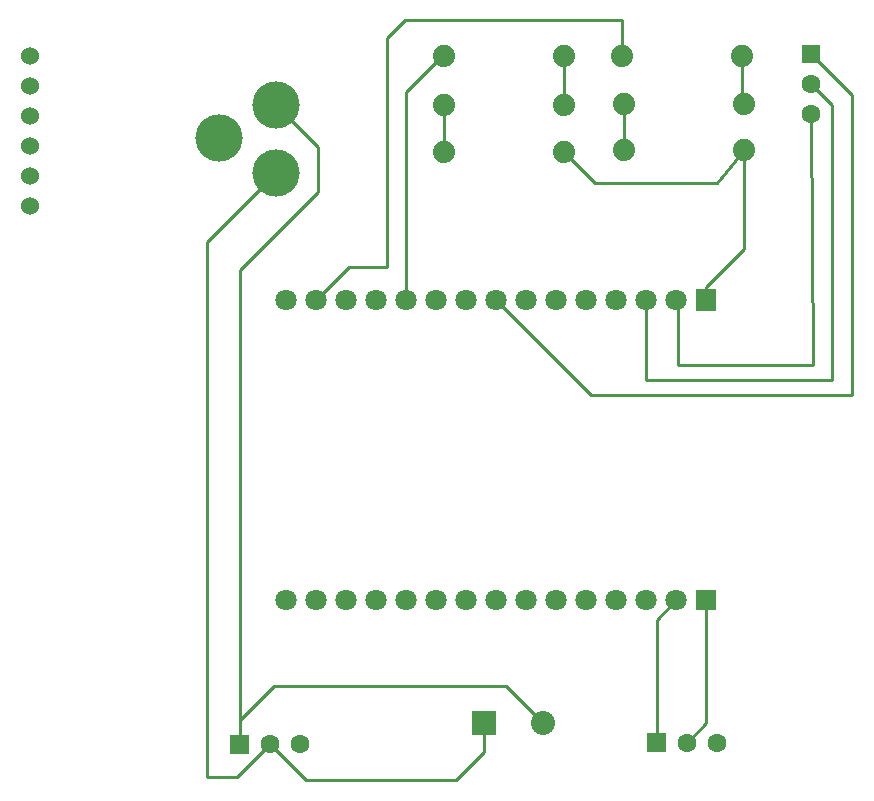
<source format=gbl>
G04 Layer: BottomLayer*
G04 EasyEDA v6.4.12, 2020-12-31T12:21:15--5:00*
G04 99fc4708075f4ff381704a5e9c7ef7fe,db09687e621142cba360e7e147da6c3e,10*
G04 Gerber Generator version 0.2*
G04 Scale: 100 percent, Rotated: No, Reflected: No *
G04 Dimensions in millimeters *
G04 leading zeros omitted , absolute positions ,4 integer and 5 decimal *
%FSLAX45Y45*%
%MOMM*%

%ADD10C,0.2540*%
%ADD12R,1.6000X1.6000*%
%ADD13C,1.6000*%
%ADD14C,1.8000*%
%ADD15R,1.8000X1.9500*%
%ADD16R,1.8000X1.8000*%
%ADD18C,2.0320*%
%ADD19C,1.8796*%
%ADD20C,4.0000*%
%ADD21C,1.5240*%

%LPD*%
D10*
X5422900Y5702300D02*
G01*
X5689600Y5435600D01*
X6718300Y5435600D01*
X6946900Y5715000D01*
X2679700Y685800D02*
G01*
X2679700Y4699000D01*
X3340100Y5359400D01*
X3340100Y5745200D01*
X2981909Y6103391D01*
X2933700Y685800D02*
G01*
X2654300Y406400D01*
X2400300Y406400D01*
X2400300Y4941798D01*
X2981909Y5523407D01*
X4749800Y863600D02*
G01*
X4749800Y622300D01*
X4508500Y381000D01*
X3238500Y381000D01*
X2933700Y685800D01*
X5250179Y863600D02*
G01*
X4932679Y1181100D01*
X2971800Y1181100D01*
X2679700Y889000D01*
X2679700Y685800D01*
X6210300Y698500D02*
G01*
X6210300Y1739849D01*
X6375400Y1904949D01*
X6464300Y698500D02*
G01*
X6629400Y863600D01*
X6629400Y1904949D01*
X7518400Y6527800D02*
G01*
X7861300Y6184900D01*
X7861300Y3644900D01*
X5651500Y3644900D01*
X4851400Y4445000D01*
X7518400Y6019800D02*
G01*
X7531100Y3898900D01*
X6388100Y3898900D01*
X6388100Y4432300D01*
X6375400Y4445000D01*
X7518400Y6273800D02*
G01*
X7696200Y6096000D01*
X7696200Y3771900D01*
X6121400Y3771900D01*
X6121400Y4444949D01*
X5422900Y6515100D02*
G01*
X5422900Y6096000D01*
X5918200Y6515100D02*
G01*
X5918200Y6819900D01*
X4076700Y6819900D01*
X3924300Y6667500D01*
X3924300Y4724400D01*
X3606850Y4724400D01*
X3327400Y4444949D01*
X6934200Y6515100D02*
G01*
X6934200Y6121400D01*
X6946900Y6108700D01*
X5930900Y6108700D02*
G01*
X5930900Y5715000D01*
X6946900Y5715000D02*
G01*
X6946900Y4876800D01*
X6629400Y4559300D01*
X6629400Y4444949D01*
X4406900Y6096000D02*
G01*
X4406900Y5702300D01*
X4406900Y6515100D02*
G01*
X4394200Y6515100D01*
X4089400Y6210300D01*
X4089400Y4444949D01*
D12*
G01*
X7518400Y6527800D03*
D13*
G01*
X7518400Y6273800D03*
G01*
X7518400Y6019800D03*
G36*
X2599700Y765799D02*
G01*
X2759699Y765799D01*
X2759699Y605800D01*
X2599700Y605800D01*
G37*
G01*
X2933700Y685800D03*
G01*
X3187700Y685800D03*
G36*
X6130300Y778499D02*
G01*
X6290299Y778499D01*
X6290299Y618500D01*
X6130300Y618500D01*
G37*
G01*
X6464300Y698500D03*
G01*
X6718300Y698500D03*
D14*
G01*
X3073400Y4444949D03*
G01*
X3327400Y4444949D03*
G01*
X3581400Y4444949D03*
G01*
X3835400Y4444949D03*
G01*
X4089400Y4444949D03*
G01*
X4343400Y4444949D03*
G01*
X4597400Y4444949D03*
G01*
X4851400Y4444949D03*
G01*
X5105400Y4444949D03*
G01*
X5359400Y4444949D03*
G01*
X5613400Y4444949D03*
G01*
X5867400Y4444949D03*
G01*
X6121400Y4444949D03*
G01*
X6375400Y4444949D03*
D15*
G01*
X6629400Y4444949D03*
D14*
G01*
X3327400Y1904949D03*
G01*
X3581400Y1904949D03*
G01*
X3835400Y1904949D03*
G01*
X4089400Y1904949D03*
G01*
X4343400Y1904949D03*
G01*
X4597400Y1904949D03*
G01*
X4851400Y1904949D03*
G01*
X5105400Y1904949D03*
G01*
X5359400Y1904949D03*
G01*
X5613400Y1904949D03*
G01*
X5867400Y1904949D03*
G01*
X6121400Y1904949D03*
G01*
X6375400Y1904949D03*
D16*
G01*
X6629400Y1904949D03*
D14*
G01*
X3073400Y1904949D03*
G36*
X4648200Y965200D02*
G01*
X4851400Y965200D01*
X4851400Y762000D01*
X4648200Y762000D01*
G37*
D18*
G01*
X5250179Y863600D03*
D19*
G01*
X4406900Y6096000D03*
G01*
X5422900Y6096000D03*
G01*
X4406900Y5702300D03*
G01*
X5422900Y5702300D03*
G01*
X5918200Y6515100D03*
G01*
X6934200Y6515100D03*
G01*
X5930900Y6108700D03*
G01*
X6946900Y6108700D03*
G01*
X5930900Y5715000D03*
G01*
X6946900Y5715000D03*
D20*
G01*
X2501900Y5823407D03*
G01*
X2981909Y6103391D03*
G01*
X2981909Y5523407D03*
D21*
G01*
X901700Y6515100D03*
G01*
X901700Y6261100D03*
G01*
X901700Y6007100D03*
G01*
X901700Y5753100D03*
G01*
X901700Y5499100D03*
G01*
X901700Y5245100D03*
D19*
G01*
X4406900Y6515100D03*
G01*
X5422900Y6515100D03*
M02*

</source>
